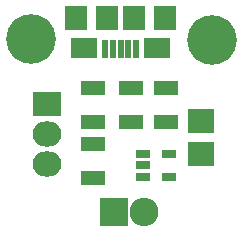
<source format=gbr>
G04 #@! TF.FileFunction,Soldermask,Top*
%FSLAX46Y46*%
G04 Gerber Fmt 4.6, Leading zero omitted, Abs format (unit mm)*
G04 Created by KiCad (PCBNEW 4.0.2-stable) date 3/23/2016 4:19:06 PM*
%MOMM*%
G01*
G04 APERTURE LIST*
%ADD10C,0.100000*%
%ADD11R,2.432000X2.127200*%
%ADD12O,2.432000X2.127200*%
%ADD13R,2.432000X2.432000*%
%ADD14O,2.432000X2.432000*%
%ADD15R,1.212400X0.802400*%
%ADD16R,2.100000X1.300000*%
%ADD17C,4.200000*%
%ADD18R,2.200860X1.997660*%
%ADD19R,1.952400X2.052400*%
%ADD20R,0.552400X1.502400*%
%ADD21R,2.252400X1.752400*%
G04 APERTURE END LIST*
D10*
D11*
X164400000Y-90500000D03*
D12*
X164400000Y-93040000D03*
X164400000Y-95580000D03*
D13*
X170050000Y-99650000D03*
D14*
X172590000Y-99650000D03*
D15*
X172500000Y-94750000D03*
X172500000Y-95700000D03*
X172500000Y-96650000D03*
X174700000Y-96650000D03*
X174700000Y-94750000D03*
D16*
X168300000Y-92050000D03*
X168300000Y-89150000D03*
X168300000Y-96750000D03*
X168300000Y-93850000D03*
X174500000Y-89150000D03*
X174500000Y-92050000D03*
X171500000Y-92050000D03*
X171500000Y-89150000D03*
D17*
X178400000Y-85050000D03*
X163000000Y-85000000D03*
D18*
X177400000Y-91930140D03*
X177400000Y-94769860D03*
D19*
X166812500Y-83185000D03*
X174412500Y-83185000D03*
X169462500Y-83185000D03*
D20*
X169312500Y-85860000D03*
X169962500Y-85860000D03*
X170612500Y-85860000D03*
X171262500Y-85860000D03*
X171912500Y-85860000D03*
D21*
X173712500Y-85735000D03*
X167512500Y-85735000D03*
D19*
X171762500Y-83185000D03*
M02*

</source>
